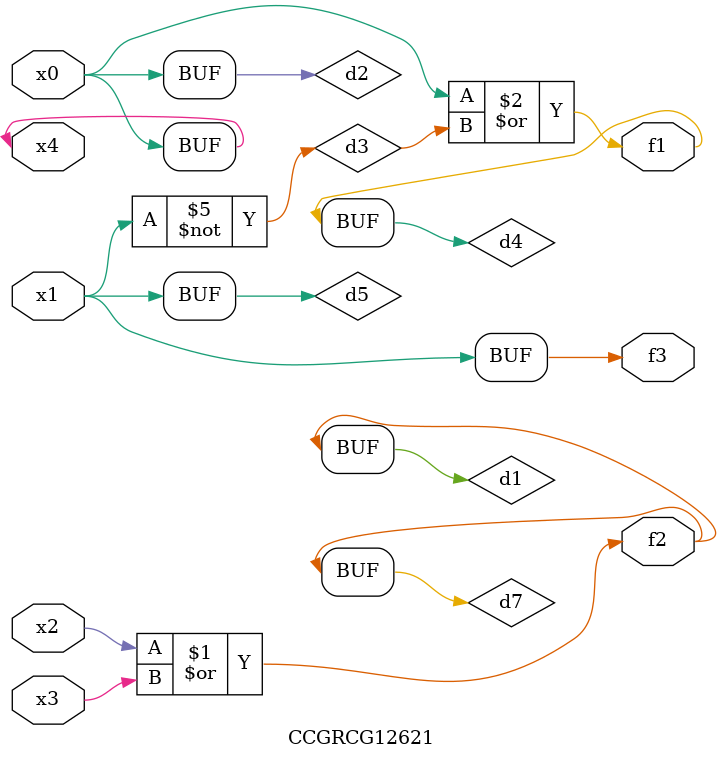
<source format=v>
module CCGRCG12621(
	input x0, x1, x2, x3, x4,
	output f1, f2, f3
);

	wire d1, d2, d3, d4, d5, d6, d7;

	or (d1, x2, x3);
	buf (d2, x0, x4);
	not (d3, x1);
	or (d4, d2, d3);
	not (d5, d3);
	nand (d6, d1, d3);
	or (d7, d1);
	assign f1 = d4;
	assign f2 = d7;
	assign f3 = d5;
endmodule

</source>
